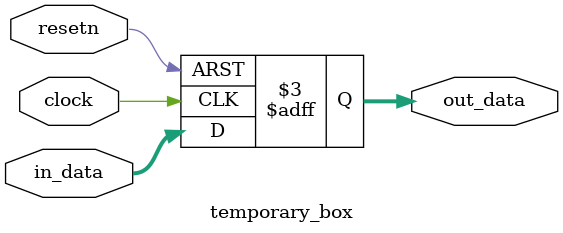
<source format=v>
module sum_out_buffer(clock, resetn, input_data, output_data);
	input clock, resetn;
	
	input [31:0] input_data;
	
	output [31:0] output_data;
	
	///Mul에서 인풋 A와 B가 곱해지는 동안 이전 MAC에서 전달되는 Y값을 임시로 저장해 두기 위한 버퍼
	
	parameter cycle = 14;
	
	wire [31:0] temp_data[cycle : 0];
	
	assign temp_data[0] = input_data;
	
	genvar i;
	generate
		for(i=0 ; i<cycle ; i=i+1) begin: loop_buf
			temporary_box TB1 (.clock(clock), .resetn(resetn), .in_data(temp_data[i]), .out_data(temp_data[i+1]));
		end
	endgenerate
	
	assign output_data = temp_data[cycle];

endmodule

////////////////////////////////////////////////////

module temporary_box(clock, resetn, in_data, out_data); //1 clock 동안 임시 저장
	input clock, resetn;
	
	input [31:0] in_data;
		
	output reg [31:0] out_data;
	
	always@(posedge clock, negedge resetn) begin
		if(!resetn) begin
			out_data <=0;
		end
		else begin	
			out_data <= in_data;
		end
	end

endmodule 

</source>
